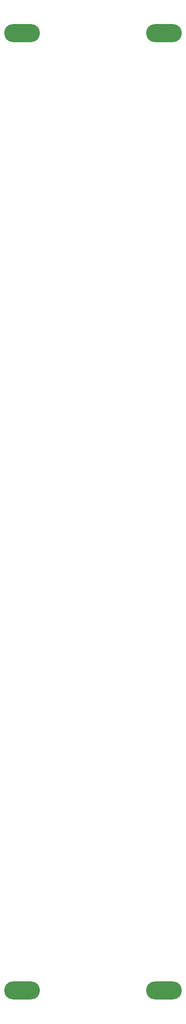
<source format=gbs>
%TF.GenerationSoftware,KiCad,Pcbnew,(5.1.8-0-10_14)*%
%TF.CreationDate,2021-09-01T19:15:24+01:00*%
%TF.ProjectId,4u-2col-blank-ammonite,34752d32-636f-46c2-9d62-6c616e6b2d61,rev?*%
%TF.SameCoordinates,Original*%
%TF.FileFunction,Soldermask,Bot*%
%TF.FilePolarity,Negative*%
%FSLAX46Y46*%
G04 Gerber Fmt 4.6, Leading zero omitted, Abs format (unit mm)*
G04 Created by KiCad (PCBNEW (5.1.8-0-10_14)) date 2021-09-01 19:15:24*
%MOMM*%
%LPD*%
G01*
G04 APERTURE LIST*
%ADD10O,6.300000X3.200000*%
G04 APERTURE END LIST*
D10*
%TO.C,REF\u002A\u002A*%
X87750000Y-189500000D03*
%TD*%
%TO.C,REF\u002A\u002A*%
X62750000Y-189500000D03*
%TD*%
%TO.C,REF\u002A\u002A*%
X87750000Y-20500000D03*
%TD*%
%TO.C,REF\u002A\u002A*%
X62750000Y-20500000D03*
%TD*%
M02*

</source>
